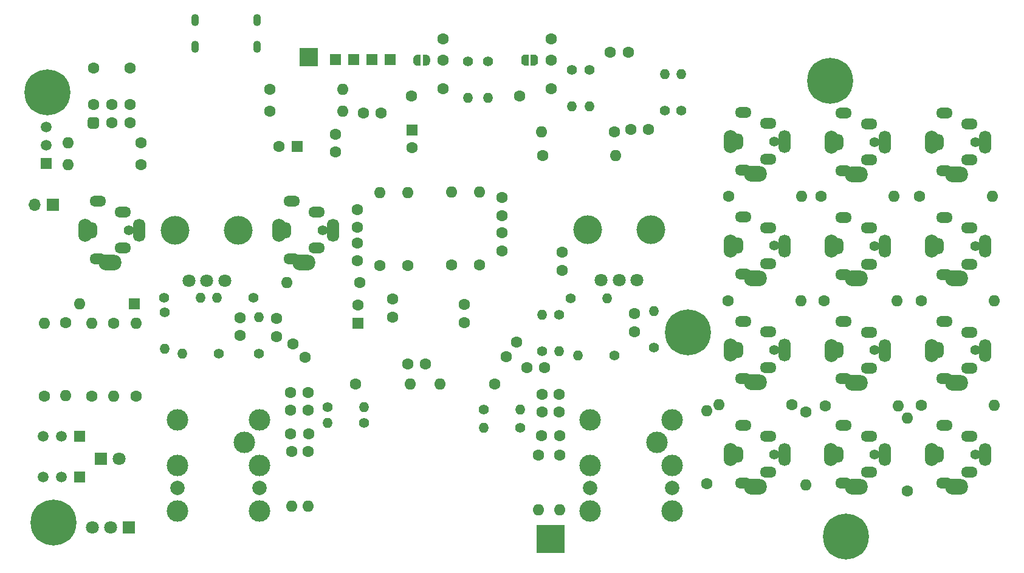
<source format=gbs>
G04 #@! TF.GenerationSoftware,KiCad,Pcbnew,9.0.1+1*
G04 #@! TF.CreationDate,2025-05-08T22:10:53+00:00*
G04 #@! TF.ProjectId,spider2,73706964-6572-4322-9e6b-696361645f70,rev?*
G04 #@! TF.SameCoordinates,Original*
G04 #@! TF.FileFunction,Soldermask,Bot*
G04 #@! TF.FilePolarity,Negative*
%FSLAX46Y46*%
G04 Gerber Fmt 4.6, Leading zero omitted, Abs format (unit mm)*
G04 Created by KiCad (PCBNEW 9.0.1+1) date 2025-05-08 22:10:53*
%MOMM*%
%LPD*%
G01*
G04 APERTURE LIST*
%ADD10C,1.400000*%
%ADD11O,1.400000X1.400000*%
%ADD12C,1.600000*%
%ADD13O,1.600000X1.600000*%
%ADD14R,1.600000X1.600000*%
%ADD15R,2.500000X2.500000*%
%ADD16O,2.300000X1.500000*%
%ADD17O,1.703200X3.203200*%
%ADD18O,1.903200X3.203200*%
%ADD19O,1.500000X2.300000*%
%ADD20O,3.203200X2.203200*%
%ADD21C,0.800000*%
%ADD22C,6.400000*%
%ADD23C,3.000000*%
%ADD24C,2.000000*%
%ADD25O,1.100000X1.700000*%
%ADD26R,1.500000X1.500000*%
%ADD27C,1.500000*%
%ADD28C,4.000000*%
%ADD29C,1.800000*%
%ADD30R,1.700000X1.700000*%
%ADD31O,1.700000X1.700000*%
%ADD32R,1.800000X1.800000*%
%ADD33R,4.000000X4.000000*%
G04 APERTURE END LIST*
D10*
X225940000Y-73240000D03*
D11*
X225940000Y-68160000D03*
D12*
X147799400Y-34323400D03*
X152879400Y-34323400D03*
G36*
G01*
X147399400Y-41143400D02*
X148199400Y-41143400D01*
G75*
G02*
X148599400Y-41543400I0J-400000D01*
G01*
X148599400Y-42343400D01*
G75*
G02*
X148199400Y-42743400I-400000J0D01*
G01*
X147399400Y-42743400D01*
G75*
G02*
X146999400Y-42343400I0J400000D01*
G01*
X146999400Y-41543400D01*
G75*
G02*
X147399400Y-41143400I400000J0D01*
G01*
G37*
X150339400Y-41943400D03*
X152879400Y-41943400D03*
X147799400Y-39403400D03*
X150339400Y-39403400D03*
X152879400Y-39403400D03*
X262920000Y-52200000D03*
D13*
X273080000Y-52200000D03*
D12*
X219803450Y-32087766D03*
X222303450Y-32087766D03*
D10*
X214330000Y-66370000D03*
D11*
X219410000Y-66370000D03*
D10*
X227431600Y-40233600D03*
D11*
X227431600Y-35153600D03*
D12*
X187750000Y-61800000D03*
D13*
X187750000Y-51640000D03*
D10*
X220370000Y-74340000D03*
D11*
X215290000Y-74340000D03*
D12*
X263120000Y-81300000D03*
D13*
X273280000Y-81300000D03*
D12*
X177749200Y-87731600D03*
D13*
X177749200Y-95351600D03*
D14*
X192230000Y-42900000D03*
D12*
X192230000Y-45400000D03*
X204750000Y-52350000D03*
X204750000Y-54850000D03*
X204750000Y-59750000D03*
X204750000Y-57250000D03*
D14*
X153475000Y-67125000D03*
D13*
X145855000Y-67125000D03*
D12*
X154453450Y-47717766D03*
D13*
X144293450Y-47717766D03*
D10*
X202800000Y-33400000D03*
D11*
X202800000Y-38480000D03*
D12*
X208175000Y-76050000D03*
X210675000Y-76050000D03*
D15*
X177800000Y-32775000D03*
D16*
X238349112Y-92100000D03*
X241849112Y-90600000D03*
D10*
X242649112Y-88100000D03*
D17*
X244078391Y-88126253D03*
D18*
X236578391Y-88126253D03*
D19*
X237549112Y-88100000D03*
D16*
X238349112Y-84100000D03*
D20*
X240078391Y-92626253D03*
D16*
X241849112Y-85600000D03*
D21*
X248019532Y-36102461D03*
X248722476Y-34405405D03*
X248722476Y-37799517D03*
X250419532Y-33702461D03*
D22*
X250419532Y-36102461D03*
D21*
X250419532Y-38502461D03*
X252116588Y-34405405D03*
X252116588Y-37799517D03*
X252819532Y-36102461D03*
D10*
X157720000Y-68350000D03*
D11*
X157720000Y-73430000D03*
D12*
X199500000Y-69750000D03*
X199500000Y-67250000D03*
D10*
X216890600Y-34518600D03*
D11*
X216890600Y-39598600D03*
D12*
X196550000Y-33200000D03*
X196550000Y-30200000D03*
X192150000Y-38200000D03*
X196550000Y-37200000D03*
X212700000Y-82250000D03*
X212700000Y-79750000D03*
X175620000Y-72700000D03*
X177292827Y-74557862D03*
X175285400Y-85267800D03*
X177785400Y-85267800D03*
X191620000Y-61810000D03*
D13*
X191620000Y-51650000D03*
D12*
X261200000Y-93230000D03*
D13*
X261200000Y-83070000D03*
D12*
X249610000Y-66720000D03*
D13*
X259770000Y-66720000D03*
D23*
X226300000Y-86450000D03*
D24*
X228430000Y-92800000D03*
X217000000Y-92800000D03*
D23*
X217000000Y-96000000D03*
X228430000Y-89650000D03*
X217000000Y-89650000D03*
X228430000Y-96000000D03*
X228430000Y-83300000D03*
X217000000Y-83300000D03*
D12*
X184900000Y-64150000D03*
D13*
X174740000Y-64150000D03*
D23*
X168800000Y-86450000D03*
D24*
X170930000Y-92800000D03*
X159500000Y-92800000D03*
D23*
X159500000Y-96000000D03*
X170930000Y-89650000D03*
X159500000Y-89650000D03*
X170930000Y-96000000D03*
X170930000Y-83300000D03*
X159500000Y-83300000D03*
D12*
X147620000Y-79980000D03*
D13*
X147620000Y-69820000D03*
D12*
X249745000Y-81400000D03*
D13*
X259905000Y-81400000D03*
D10*
X185520000Y-83700000D03*
D11*
X180440000Y-83700000D03*
D12*
X249220000Y-52150000D03*
D13*
X259380000Y-52150000D03*
D25*
X170590000Y-31370000D03*
X170590000Y-27570000D03*
X161950000Y-31370000D03*
X161950000Y-27570000D03*
D12*
X203708000Y-78282800D03*
D13*
X196088000Y-78282800D03*
D12*
X201600000Y-61700000D03*
D13*
X201600000Y-51540000D03*
D10*
X229743000Y-40233600D03*
D11*
X229743000Y-35153600D03*
D12*
X236195000Y-66725000D03*
D13*
X246355000Y-66725000D03*
D14*
X176192380Y-45200000D03*
D12*
X173692380Y-45200000D03*
X191581400Y-75514200D03*
X194081400Y-75514200D03*
X143980000Y-69810000D03*
D13*
X143980000Y-79970000D03*
D12*
X181500000Y-43500000D03*
X181500000Y-46000000D03*
X247100000Y-82250000D03*
D13*
X247100000Y-92410000D03*
D10*
X210350000Y-73715000D03*
D11*
X210350000Y-68635000D03*
D16*
X238350000Y-63033333D03*
X241850000Y-61533333D03*
D10*
X242650000Y-59033333D03*
D17*
X244079279Y-59059586D03*
D18*
X236579279Y-59059586D03*
D19*
X237550000Y-59033333D03*
D16*
X238350000Y-55033333D03*
D20*
X240079279Y-63559586D03*
D16*
X241850000Y-56533333D03*
D26*
X145860000Y-85630000D03*
D27*
X143320000Y-85630000D03*
X140780000Y-85630000D03*
D12*
X173325000Y-69175000D03*
X173325000Y-71675000D03*
X175285400Y-81991200D03*
X175285400Y-79491200D03*
X210388200Y-46456600D03*
D13*
X220548200Y-46456600D03*
D26*
X189176000Y-33075000D03*
D16*
X238350000Y-77566666D03*
X241850000Y-76066666D03*
D10*
X242650000Y-73566666D03*
D17*
X244079279Y-73592919D03*
D18*
X236579279Y-73592919D03*
D19*
X237550000Y-73566666D03*
D16*
X238350000Y-69566666D03*
D20*
X240079279Y-78092919D03*
D16*
X241850000Y-71066666D03*
X175424065Y-60868249D03*
X178924065Y-59368249D03*
D10*
X179724065Y-56868249D03*
D17*
X181153344Y-56894502D03*
D18*
X173653344Y-56894502D03*
D19*
X174624065Y-56868249D03*
D16*
X175424065Y-52868249D03*
D20*
X177153344Y-61394502D03*
D16*
X178924065Y-54368249D03*
D21*
X228260142Y-71088261D03*
X228963086Y-69391205D03*
X228963086Y-72785317D03*
X230660142Y-68688261D03*
D22*
X230660142Y-71088261D03*
D21*
X230660142Y-73488261D03*
X232357198Y-69391205D03*
X232357198Y-72785317D03*
X233060142Y-71088261D03*
D12*
X154453450Y-44697766D03*
D13*
X144293450Y-44697766D03*
D16*
X266350000Y-48600000D03*
X269850000Y-47100000D03*
D10*
X270650000Y-44600000D03*
D17*
X272079279Y-44626253D03*
D18*
X264579279Y-44626253D03*
D19*
X265550000Y-44600000D03*
D16*
X266350000Y-40600000D03*
D20*
X268079279Y-49126253D03*
D16*
X269850000Y-42100000D03*
D12*
X184550000Y-56500000D03*
X184550000Y-54000000D03*
D26*
X181571000Y-33075000D03*
D10*
X202200000Y-81900000D03*
D11*
X207280000Y-81900000D03*
D28*
X159200000Y-56900000D03*
X168000000Y-56900000D03*
D29*
X166100000Y-63900000D03*
X163600000Y-63900000D03*
X161100000Y-63900000D03*
D12*
X206779532Y-72445529D03*
X205310069Y-74468071D03*
X189500000Y-69000000D03*
X189500000Y-66500000D03*
D26*
X184111000Y-33075000D03*
D12*
X172390000Y-37220000D03*
D13*
X182550000Y-37220000D03*
D12*
X175420000Y-87731600D03*
D13*
X175420000Y-95351600D03*
D26*
X186651000Y-33075000D03*
X145860000Y-91247766D03*
D27*
X143320000Y-91247766D03*
X140780000Y-91247766D03*
D12*
X150660000Y-69820000D03*
D13*
X150660000Y-79980000D03*
D16*
X266350000Y-77600000D03*
X269850000Y-76100000D03*
D10*
X270650000Y-73600000D03*
D17*
X272079279Y-73626253D03*
D18*
X264579279Y-73626253D03*
D19*
X265550000Y-73600000D03*
D16*
X266350000Y-69600000D03*
D20*
X268079279Y-78126253D03*
D16*
X269850000Y-71100000D03*
D10*
X157675000Y-66325000D03*
D11*
X162754999Y-66325000D03*
D30*
X142163450Y-53347766D03*
D31*
X139623450Y-53347766D03*
D12*
X187900000Y-40600000D03*
X185400000Y-40600000D03*
X172390000Y-40270000D03*
D13*
X182550000Y-40270000D03*
D21*
X250250000Y-99550000D03*
X250952944Y-97852944D03*
X250952944Y-101247056D03*
X252650000Y-97150000D03*
D22*
X252650000Y-99550000D03*
D21*
X252650000Y-101950000D03*
X254347056Y-97852944D03*
X254347056Y-101247056D03*
X255050000Y-99550000D03*
D12*
X209770000Y-88200000D03*
D13*
X209770000Y-95820000D03*
D12*
X236270000Y-52150000D03*
D13*
X246430000Y-52150000D03*
D10*
X214477600Y-34544000D03*
D11*
X214477600Y-39624000D03*
D12*
X211550000Y-33200000D03*
X211550000Y-30200000D03*
X207150000Y-38200000D03*
X211550000Y-37200000D03*
D16*
X266350000Y-63100000D03*
X269850000Y-61600000D03*
D10*
X270650000Y-59100000D03*
D17*
X272079279Y-59126253D03*
D18*
X264579279Y-59126253D03*
D19*
X265550000Y-59100000D03*
D16*
X266350000Y-55100000D03*
D20*
X268079279Y-63626253D03*
D16*
X269850000Y-56600000D03*
X238350000Y-48500000D03*
X241850000Y-47000000D03*
D10*
X242650000Y-44500000D03*
D17*
X244079279Y-44526253D03*
D18*
X236579279Y-44526253D03*
D19*
X237550000Y-44500000D03*
D16*
X238350000Y-40500000D03*
D20*
X240079279Y-49026253D03*
D16*
X241850000Y-42000000D03*
D12*
X263120000Y-66750000D03*
D13*
X273280000Y-66750000D03*
D12*
X233260000Y-92180000D03*
D13*
X233260000Y-82020000D03*
D16*
X252350000Y-63100000D03*
X255850000Y-61600000D03*
D10*
X256650000Y-59100000D03*
D17*
X258079279Y-59126253D03*
D18*
X250579279Y-59126253D03*
D19*
X251550000Y-59100000D03*
D16*
X252350000Y-55100000D03*
D20*
X254079279Y-63626253D03*
D16*
X255850000Y-56600000D03*
D10*
X170825000Y-74125000D03*
D11*
X170825000Y-69045000D03*
D16*
X252350000Y-77600000D03*
X255850000Y-76100000D03*
D10*
X256650000Y-73600000D03*
D17*
X258079279Y-73626253D03*
D18*
X250579279Y-73626253D03*
D19*
X251550000Y-73600000D03*
D16*
X252350000Y-69600000D03*
D20*
X254079279Y-78126253D03*
D16*
X255850000Y-71100000D03*
X252350000Y-48600000D03*
X255850000Y-47100000D03*
D10*
X256650000Y-44600000D03*
D17*
X258079279Y-44626253D03*
D18*
X250579279Y-44626253D03*
D19*
X251550000Y-44600000D03*
D16*
X252350000Y-40600000D03*
D20*
X254079279Y-49126253D03*
D16*
X255850000Y-42100000D03*
D10*
X212675000Y-68670000D03*
D11*
X212675000Y-73750000D03*
D10*
X170125000Y-66300000D03*
D11*
X165045000Y-66300000D03*
D12*
X225176400Y-42849800D03*
X222676400Y-42849800D03*
X184550000Y-58650000D03*
X184550000Y-61150000D03*
D16*
X148415198Y-60869712D03*
X151915198Y-59369712D03*
D10*
X152715198Y-56869712D03*
D17*
X154144477Y-56895965D03*
D18*
X146644477Y-56895965D03*
D19*
X147615198Y-56869712D03*
D16*
X148415198Y-52869712D03*
D20*
X150144477Y-61395965D03*
D16*
X151915198Y-54369712D03*
D12*
X168249600Y-71588000D03*
X168249600Y-69088000D03*
D10*
X165270000Y-74100000D03*
D11*
X160190000Y-74100000D03*
D16*
X252349112Y-92100000D03*
X255849112Y-90600000D03*
D10*
X256649112Y-88100000D03*
D17*
X258078391Y-88126253D03*
D18*
X250578391Y-88126253D03*
D19*
X251549112Y-88100000D03*
D16*
X252349112Y-84100000D03*
D20*
X254078391Y-92626253D03*
D16*
X255849112Y-85600000D03*
X266350000Y-92100000D03*
X269850000Y-90600000D03*
D10*
X270650000Y-88100000D03*
D17*
X272079279Y-88126253D03*
D18*
X264579279Y-88126253D03*
D19*
X265550000Y-88100000D03*
D16*
X266350000Y-84100000D03*
D20*
X268079279Y-92626253D03*
D16*
X269850000Y-85600000D03*
D12*
X177698400Y-81991200D03*
X177698400Y-79491200D03*
X153730000Y-79980000D03*
D13*
X153730000Y-69820000D03*
D12*
X184300000Y-78300000D03*
D13*
X191920000Y-78300000D03*
D32*
X148875000Y-88725000D03*
D29*
X151415000Y-88725000D03*
D10*
X200000000Y-33400000D03*
D11*
X200000000Y-38480000D03*
D10*
X207280000Y-84425000D03*
D11*
X202200000Y-84425000D03*
D12*
X220395800Y-43180000D03*
D13*
X210235800Y-43180000D03*
D12*
X210290000Y-82226600D03*
X210290000Y-79726600D03*
D28*
X216650000Y-56800000D03*
X225450000Y-56800000D03*
D29*
X223550000Y-63800000D03*
X221050000Y-63800000D03*
X218550000Y-63800000D03*
D12*
X197735200Y-61700000D03*
D13*
X197735200Y-51540000D03*
D12*
X212775000Y-88200000D03*
D13*
X212775000Y-95820000D03*
D12*
X213080600Y-59984000D03*
X213080600Y-62484000D03*
X245080000Y-81225000D03*
D13*
X234920000Y-81225000D03*
D32*
X152742934Y-98294059D03*
D29*
X150202934Y-98294059D03*
X147662934Y-98294059D03*
D10*
X180460000Y-81500000D03*
D11*
X185540000Y-81500000D03*
D21*
X139840000Y-97590000D03*
X140542944Y-95892944D03*
X140542944Y-99287056D03*
X142240000Y-95190000D03*
D22*
X142240000Y-97590000D03*
D21*
X142240000Y-99990000D03*
X143937056Y-95892944D03*
X143937056Y-99287056D03*
X144640000Y-97590000D03*
D12*
X140970000Y-79980000D03*
D13*
X140970000Y-69820000D03*
D12*
X223200000Y-71000000D03*
X223200000Y-68500000D03*
X210250000Y-85500000D03*
X212750000Y-85500000D03*
D14*
X184650000Y-69850000D03*
D12*
X184650000Y-67350000D03*
D21*
X138994600Y-37691600D03*
X139697544Y-35994544D03*
X139697544Y-39388656D03*
X141394600Y-35291600D03*
D22*
X141394600Y-37691600D03*
D21*
X141394600Y-40091600D03*
X143091656Y-35994544D03*
X143091656Y-39388656D03*
X143794600Y-37691600D03*
D26*
X141200000Y-47600000D03*
D27*
X141200000Y-45060000D03*
X141200000Y-42520000D03*
D33*
X211531200Y-99923600D03*
G36*
X208430000Y-33920000D02*
G01*
X207930000Y-33920000D01*
X207930000Y-33915722D01*
X207864737Y-33915722D01*
X207738658Y-33881940D01*
X207625619Y-33816677D01*
X207533323Y-33724381D01*
X207468060Y-33611342D01*
X207434278Y-33485263D01*
X207434278Y-33420000D01*
X207430000Y-33420000D01*
X207430000Y-32920000D01*
X207434278Y-32920000D01*
X207434278Y-32854737D01*
X207468060Y-32728658D01*
X207533323Y-32615619D01*
X207625619Y-32523323D01*
X207738658Y-32458060D01*
X207864737Y-32424278D01*
X207930000Y-32424278D01*
X207930000Y-32420000D01*
X208430000Y-32420000D01*
X208430000Y-33920000D01*
G37*
G36*
X209230000Y-32424278D02*
G01*
X209295263Y-32424278D01*
X209421342Y-32458060D01*
X209534381Y-32523323D01*
X209626677Y-32615619D01*
X209691940Y-32728658D01*
X209725722Y-32854737D01*
X209725722Y-32920000D01*
X209730000Y-32920000D01*
X209730000Y-33420000D01*
X209725722Y-33420000D01*
X209725722Y-33485263D01*
X209691940Y-33611342D01*
X209626677Y-33724381D01*
X209534381Y-33816677D01*
X209421342Y-33881940D01*
X209295263Y-33915722D01*
X209230000Y-33915722D01*
X209230000Y-33920000D01*
X208730000Y-33920000D01*
X208730000Y-32420000D01*
X209230000Y-32420000D01*
X209230000Y-32424278D01*
G37*
G36*
X193400000Y-33940000D02*
G01*
X192900000Y-33940000D01*
X192900000Y-33935722D01*
X192834737Y-33935722D01*
X192708658Y-33901940D01*
X192595619Y-33836677D01*
X192503323Y-33744381D01*
X192438060Y-33631342D01*
X192404278Y-33505263D01*
X192404278Y-33440000D01*
X192400000Y-33440000D01*
X192400000Y-32940000D01*
X192404278Y-32940000D01*
X192404278Y-32874737D01*
X192438060Y-32748658D01*
X192503323Y-32635619D01*
X192595619Y-32543323D01*
X192708658Y-32478060D01*
X192834737Y-32444278D01*
X192900000Y-32444278D01*
X192900000Y-32440000D01*
X193400000Y-32440000D01*
X193400000Y-33940000D01*
G37*
G36*
X194200000Y-32444278D02*
G01*
X194265263Y-32444278D01*
X194391342Y-32478060D01*
X194504381Y-32543323D01*
X194596677Y-32635619D01*
X194661940Y-32748658D01*
X194695722Y-32874737D01*
X194695722Y-32940000D01*
X194700000Y-32940000D01*
X194700000Y-33440000D01*
X194695722Y-33440000D01*
X194695722Y-33505263D01*
X194661940Y-33631342D01*
X194596677Y-33744381D01*
X194504381Y-33836677D01*
X194391342Y-33901940D01*
X194265263Y-33935722D01*
X194200000Y-33935722D01*
X194200000Y-33940000D01*
X193700000Y-33940000D01*
X193700000Y-32440000D01*
X194200000Y-32440000D01*
X194200000Y-32444278D01*
G37*
M02*

</source>
